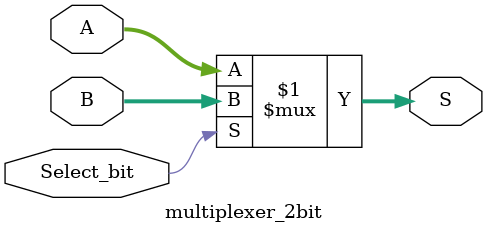
<source format=v>

`timescale 1ns/1ns

module multiplexer_2bit (
    input wire [1:0] A,           // 2-bit Input A
    input wire [1:0] B,           // 2-bit Input B
    input wire Select_bit,        // Select signal
    output wire [1:0] S           // 2-bit Output
);

    // Multiplexer logic: If Select_bit is 1, S = B; If Select_bit is 0, S = A
    assign S = (Select_bit) ? B : A;

endmodule





</source>
